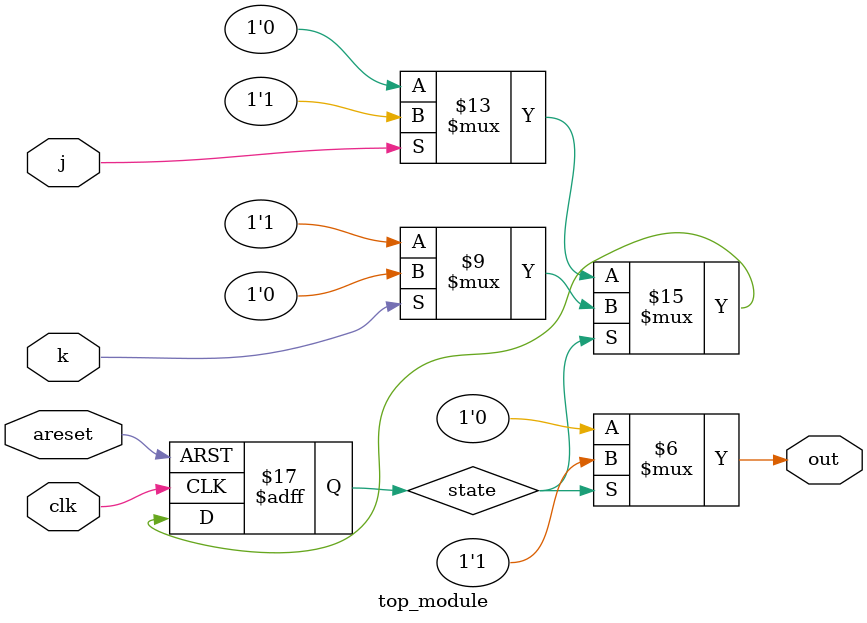
<source format=sv>
module top_module (
    input clk,
    input j,
    input k,
    input areset,
    output reg out
);
    
    reg state;
    
    always @(posedge clk, posedge areset) begin
        if (areset)
            state <= 1'b0;
        else if (state == 1'b0) begin
            if (j)
                state <= 1'b1;
            else
                state <= 1'b0;
        end else begin
            if (k)
                state <= 1'b0;
            else
                state <= 1'b1;
        end
    end
    
    always @(state) begin
        if (state == 1'b0)
            out <= 1'b0;
        else
            out <= 1'b1;
    end
    
endmodule

</source>
